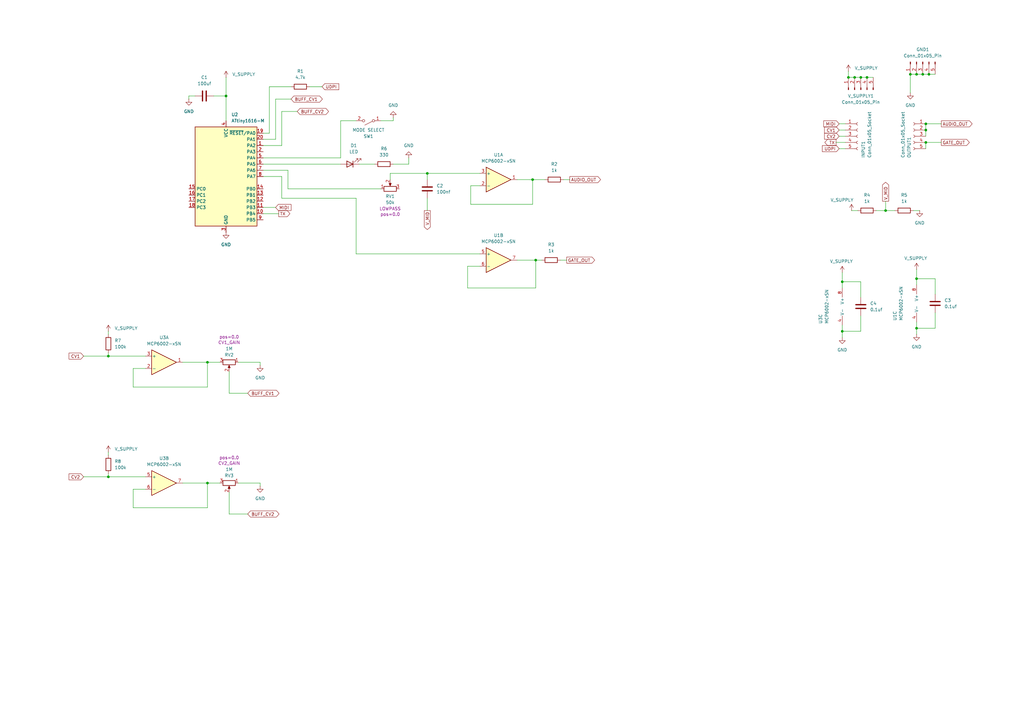
<source format=kicad_sch>
(kicad_sch (version 20231120) (generator "eeschema") (generator_version "8.0")
  (paper "A3")
  (lib_symbols
    (symbol "Amplifier_Operational:MCP6002-xSN" (pin_names (offset 0.127))
      (property "Reference" "U" (at 0 5.08 0))
      (property "Value" "MCP6002-xSN" (at 0 -5.08 0))
      (symbol "MCP6002-xSN_1_1"
        (polyline (pts (xy -5.08 5.08) (xy 5.08 0) (xy -5.08 -5.08) (xy -5.08 5.08)) (stroke (width 0.254)) (fill (type background)))
        (pin output line (at 7.62 0 180) (length 2.54) (name "~") (number "1"))
        (pin input line (at -7.62 -2.54 0) (length 2.54) (name "-") (number "2"))
        (pin input line (at -7.62 2.54 0) (length 2.54) (name "+") (number "3"))
      )
      (symbol "MCP6002-xSN_2_1"
        (polyline (pts (xy -5.08 5.08) (xy 5.08 0) (xy -5.08 -5.08) (xy -5.08 5.08)) (stroke (width 0.254)) (fill (type background)))
        (pin input line (at -7.62 2.54 0) (length 2.54) (name "+") (number "5"))
        (pin input line (at -7.62 -2.54 0) (length 2.54) (name "-") (number "6"))
        (pin output line (at 7.62 0 180) (length 2.54) (name "~") (number "7"))
      )
      (symbol "MCP6002-xSN_3_1"
        (pin power_in line (at -2.54 -7.62 90) (length 3.81) (name "V-") (number "4"))
        (pin power_in line (at -2.54 7.62 270) (length 3.81) (name "V+") (number "8"))
      )
    )
    (symbol "Connector:Conn_01x05_Pin" (pin_names (offset 1.016) hide)
      (property "Reference" "J" (at 0 7.62 0))
      (property "Value" "Conn_01x05_Pin" (at 0 -7.62 0))
      (symbol "Conn_01x05_Pin_1_1"
        (polyline (pts (xy 1.27 -5.08) (xy 0.8636 -5.08)) (stroke (width 0.1524)))
        (polyline (pts (xy 1.27 -2.54) (xy 0.8636 -2.54)) (stroke (width 0.1524)))
        (polyline (pts (xy 1.27 0) (xy 0.8636 0)) (stroke (width 0.1524)))
        (polyline (pts (xy 1.27 2.54) (xy 0.8636 2.54)) (stroke (width 0.1524)))
        (polyline (pts (xy 1.27 5.08) (xy 0.8636 5.08)) (stroke (width 0.1524)))
        (rectangle (start 0.8636 -4.953) (end 0 -5.207) (stroke (width 0.1524)) (fill (type outline)))
        (rectangle (start 0.8636 -2.413) (end 0 -2.667) (stroke (width 0.1524)) (fill (type outline)))
        (rectangle (start 0.8636 0.127) (end 0 -0.127) (stroke (width 0.1524)) (fill (type outline)))
        (rectangle (start 0.8636 2.667) (end 0 2.413) (stroke (width 0.1524)) (fill (type outline)))
        (rectangle (start 0.8636 5.207) (end 0 4.953) (stroke (width 0.1524)) (fill (type outline)))
        (pin passive line (at 5.08 5.08 180) (length 3.81) (name "Pin_1") (number "1"))
        (pin passive line (at 5.08 2.54 180) (length 3.81) (name "Pin_2") (number "2"))
        (pin passive line (at 5.08 0 180) (length 3.81) (name "Pin_3") (number "3"))
        (pin passive line (at 5.08 -2.54 180) (length 3.81) (name "Pin_4") (number "4"))
        (pin passive line (at 5.08 -5.08 180) (length 3.81) (name "Pin_5") (number "5"))
      )
    )
    (symbol "Connector:Conn_01x05_Socket" (pin_names (offset 1.016) hide)
      (property "Reference" "J" (at 0 7.62 0))
      (property "Value" "Conn_01x05_Socket" (at 0 -7.62 0))
      (symbol "Conn_01x05_Socket_1_1"
        (arc (start 0 -4.572) (mid -0.5058 -5.08) (end 0 -5.588) (stroke (width 0.1524)))
        (arc (start 0 -2.032) (mid -0.5058 -2.54) (end 0 -3.048) (stroke (width 0.1524)))
        (polyline (pts (xy -1.27 -5.08) (xy -0.508 -5.08)) (stroke (width 0.1524)))
        (polyline (pts (xy -1.27 -2.54) (xy -0.508 -2.54)) (stroke (width 0.1524)))
        (polyline (pts (xy -1.27 0) (xy -0.508 0)) (stroke (width 0.1524)))
        (polyline (pts (xy -1.27 2.54) (xy -0.508 2.54)) (stroke (width 0.1524)))
        (polyline (pts (xy -1.27 5.08) (xy -0.508 5.08)) (stroke (width 0.1524)))
        (arc (start 0 0.508) (mid -0.5058 0) (end 0 -0.508) (stroke (width 0.1524)))
        (arc (start 0 3.048) (mid -0.5058 2.54) (end 0 2.032) (stroke (width 0.1524)))
        (arc (start 0 5.588) (mid -0.5058 5.08) (end 0 4.572) (stroke (width 0.1524)))
        (pin passive line (at -5.08 5.08 0) (length 3.81) (name "Pin_1") (number "1"))
        (pin passive line (at -5.08 2.54 0) (length 3.81) (name "Pin_2") (number "2"))
        (pin passive line (at -5.08 0 0) (length 3.81) (name "Pin_3") (number "3"))
        (pin passive line (at -5.08 -2.54 0) (length 3.81) (name "Pin_4") (number "4"))
        (pin passive line (at -5.08 -5.08 0) (length 3.81) (name "Pin_5") (number "5"))
      )
    )
    (symbol "Device:C" (pin_numbers hide) (pin_names (offset 0.254))
      (property "Reference" "C" (at 0.635 2.54 0))
      (property "Value" "C" (at 0.635 -2.54 0))
      (symbol "C_0_1"
        (polyline (pts (xy -2.032 -0.762) (xy 2.032 -0.762)) (stroke (width 0.508)))
        (polyline (pts (xy -2.032 0.762) (xy 2.032 0.762)) (stroke (width 0.508)))
      )
      (symbol "C_1_1"
        (pin passive line (at 0 3.81 270) (length 2.794) (name "~") (number "1"))
        (pin passive line (at 0 -3.81 90) (length 2.794) (name "~") (number "2"))
      )
    )
    (symbol "Device:LED" (pin_numbers hide) (pin_names (offset 1.016) hide)
      (property "Reference" "D" (at 0 2.54 0))
      (property "Value" "LED" (at 0 -2.54 0))
      (symbol "LED_0_1"
        (polyline (pts (xy -1.27 -1.27) (xy -1.27 1.27)) (stroke (width 0.254)))
        (polyline (pts (xy -1.27 0) (xy 1.27 0)))
        (polyline (pts (xy 1.27 -1.27) (xy 1.27 1.27) (xy -1.27 0) (xy 1.27 -1.27)) (stroke (width 0.254)))
        (polyline (pts (xy -3.048 -0.762) (xy -4.572 -2.286) (xy -3.81 -2.286) (xy -4.572 -2.286) (xy -4.572 -1.524)))
        (polyline (pts (xy -1.778 -0.762) (xy -3.302 -2.286) (xy -2.54 -2.286) (xy -3.302 -2.286) (xy -3.302 -1.524)))
      )
      (symbol "LED_1_1"
        (pin passive line (at -3.81 0 0) (length 2.54) (name "K") (number "1"))
        (pin passive line (at 3.81 0 180) (length 2.54) (name "A") (number "2"))
      )
    )
    (symbol "Device:R" (pin_numbers hide) (pin_names (offset 0))
      (property "Reference" "R" (at 2.032 0 90))
      (property "Value" "R" (at 0 0 90))
      (symbol "R_0_1"
        (rectangle (start -1.016 -2.54) (end 1.016 2.54) (stroke (width 0.254)))
      )
      (symbol "R_1_1"
        (pin passive line (at 0 3.81 270) (length 1.27) (name "~") (number "1"))
        (pin passive line (at 0 -3.81 90) (length 1.27) (name "~") (number "2"))
      )
    )
    (symbol "Device:R_Potentiometer" (pin_names (offset 1.016) hide)
      (property "Reference" "RV" (at -4.445 0 90))
      (property "Value" "R_Potentiometer" (at -2.54 0 90))
      (symbol "R_Potentiometer_0_1"
        (polyline (pts (xy 2.54 0) (xy 1.524 0)))
        (polyline (pts (xy 1.143 0) (xy 2.286 0.508) (xy 2.286 -0.508) (xy 1.143 0)) (fill (type outline)))
        (rectangle (start 1.016 2.54) (end -1.016 -2.54) (stroke (width 0.254)))
      )
      (symbol "R_Potentiometer_1_1"
        (pin passive line (at 0 3.81 270) (length 1.27) (name "1") (number "1"))
        (pin passive line (at 3.81 0 180) (length 1.27) (name "2") (number "2"))
        (pin passive line (at 0 -3.81 90) (length 1.27) (name "3") (number "3"))
      )
    )
    (symbol "MCU_Microchip_ATtiny:ATtiny1616-M"
      (property "Reference" "U" (at -12.7 21.59 0))
      (property "Value" "ATtiny1616-M" (at 2.54 -21.59 0))
      (symbol "ATtiny1616-M_0_1"
        (rectangle (start -12.7 -20.32) (end 12.7 20.32) (stroke (width 0.254)) (fill (type background)))
      )
      (symbol "ATtiny1616-M_1_1"
        (pin bidirectional line (at 15.24 12.7 180) (length 2.54) (name "PA2") (number "1"))
        (pin bidirectional line (at 15.24 -15.24 180) (length 2.54) (name "PB4") (number "10"))
        (pin bidirectional line (at 15.24 -12.7 180) (length 2.54) (name "PB3") (number "11"))
        (pin bidirectional line (at 15.24 -10.16 180) (length 2.54) (name "PB2") (number "12"))
        (pin bidirectional line (at 15.24 -7.62 180) (length 2.54) (name "PB1") (number "13"))
        (pin bidirectional line (at 15.24 -5.08 180) (length 2.54) (name "PB0") (number "14"))
        (pin bidirectional line (at -15.24 -5.08 0) (length 2.54) (name "PC0") (number "15"))
        (pin bidirectional line (at -15.24 -7.62 0) (length 2.54) (name "PC1") (number "16"))
        (pin bidirectional line (at -15.24 -10.16 0) (length 2.54) (name "PC2") (number "17"))
        (pin bidirectional line (at -15.24 -12.7 0) (length 2.54) (name "PC3") (number "18"))
        (pin bidirectional line (at 15.24 17.78 180) (length 2.54) (name "~{RESET}/PA0") (number "19"))
        (pin bidirectional line (at 15.24 10.16 180) (length 2.54) (name "PA3") (number "2"))
        (pin bidirectional line (at 15.24 15.24 180) (length 2.54) (name "PA1") (number "20"))
        (pin passive line (at 0 -22.86 90) (length 2.54) hide (name "GND") (number "21"))
        (pin power_in line (at 0 -22.86 90) (length 2.54) (name "GND") (number "3"))
        (pin power_in line (at 0 22.86 270) (length 2.54) (name "VCC") (number "4"))
        (pin bidirectional line (at 15.24 7.62 180) (length 2.54) (name "PA4") (number "5"))
        (pin bidirectional line (at 15.24 5.08 180) (length 2.54) (name "PA5") (number "6"))
        (pin bidirectional line (at 15.24 2.54 180) (length 2.54) (name "PA6") (number "7"))
        (pin bidirectional line (at 15.24 0 180) (length 2.54) (name "PA7") (number "8"))
        (pin bidirectional line (at 15.24 -17.78 180) (length 2.54) (name "PB5") (number "9"))
      )
    )
    (symbol "Switch:SW_SPST" (pin_names (offset 0) hide)
      (property "Reference" "SW" (at 0 3.175 0))
      (property "Value" "SW_SPST" (at 0 -2.54 0))
      (symbol "SW_SPST_0_0"
        (circle (center -2.032 0) (radius 0.508))
        (polyline (pts (xy -1.524 0.254) (xy 1.524 1.778)))
        (circle (center 2.032 0) (radius 0.508))
      )
      (symbol "SW_SPST_1_1"
        (pin passive line (at -5.08 0 0) (length 2.54) (name "A") (number "1"))
        (pin passive line (at 5.08 0 180) (length 2.54) (name "B") (number "2"))
      )
    )
    (symbol "power:+5V" (power) (pin_numbers hide) (pin_names (offset 0) hide)
      (property "Value" "+5V" (at 0 3.556 0))
      (symbol "+5V_0_1"
        (polyline (pts (xy -0.762 1.27) (xy 0 2.54)))
        (polyline (pts (xy 0 0) (xy 0 2.54)))
        (polyline (pts (xy 0 2.54) (xy 0.762 1.27)))
      )
      (symbol "+5V_1_1"
        (pin power_in line (at 0 0 90) (length 0) (name "~") (number "1"))
      )
    )
    (symbol "power:GND" (power) (pin_numbers hide) (pin_names (offset 0) hide)
      (property "Value" "GND" (at 0 -3.81 0))
      (symbol "GND_0_1"
        (polyline (pts (xy 0 0) (xy 0 -1.27) (xy 1.27 -1.27) (xy 0 -2.54) (xy -1.27 -1.27) (xy 0 -1.27)))
      )
      (symbol "GND_1_1"
        (pin power_in line (at 0 0 270) (length 0) (name "~") (number "1"))
      )
    )
  )
  (junction (at 175.26 71.12))
  (junction (at 350.52 31.75))
  (junction (at 85.09 148.59))
  (junction (at 345.44 115.57))
  (junction (at 375.92 30.48))
  (junction (at 375.92 114.3))
  (junction (at 347.98 31.75))
  (junction (at 379.73 53.34))
  (junction (at 355.6 31.75))
  (junction (at 381 30.48))
  (junction (at 363.22 86.36))
  (junction (at 379.73 58.42))
  (junction (at 378.46 30.48))
  (junction (at 375.92 134.62))
  (junction (at 85.09 198.12))
  (junction (at 44.45 146.05))
  (junction (at 218.44 73.66))
  (junction (at 353.06 31.75))
  (junction (at 345.44 135.89))
  (junction (at 44.45 195.58))
  (junction (at 219.71 106.68))
  (junction (at 373.38 30.48))
  (junction (at 379.73 50.8))
  (junction (at 92.71 39.37))
  (wire (pts (xy 379.73 53.34) (xy 379.73 55.88)))
  (wire (pts (xy 93.98 152.4) (xy 93.98 161.29)))
  (wire (pts (xy 115.57 81.28) (xy 115.57 72.39)))
  (wire (pts (xy 342.9 58.42) (xy 346.71 58.42)))
  (wire (pts (xy 85.09 148.59) (xy 90.17 148.59)))
  (wire (pts (xy 77.47 39.37) (xy 77.47 40.64)))
  (wire (pts (xy 113.03 40.64) (xy 113.03 57.15)))
  (wire (pts (xy 383.54 134.62) (xy 375.92 134.62)))
  (wire (pts (xy 375.92 110.49) (xy 375.92 114.3)))
  (wire (pts (xy 383.54 114.3) (xy 375.92 114.3)))
  (wire (pts (xy 54.61 200.66) (xy 59.69 200.66)))
  (wire (pts (xy 139.7 49.53) (xy 146.05 49.53)))
  (wire (pts (xy 344.17 55.88) (xy 346.71 55.88)))
  (wire (pts (xy 44.45 195.58) (xy 59.69 195.58)))
  (wire (pts (xy 115.57 72.39) (xy 107.95 72.39)))
  (wire (pts (xy 191.77 109.22) (xy 196.85 109.22)))
  (wire (pts (xy 193.04 76.2) (xy 196.85 76.2)))
  (wire (pts (xy 355.6 31.75) (xy 358.14 31.75)))
  (wire (pts (xy 212.09 73.66) (xy 218.44 73.66)))
  (wire (pts (xy 353.06 129.54) (xy 353.06 135.89)))
  (wire (pts (xy 219.71 118.11) (xy 191.77 118.11)))
  (wire (pts (xy 344.17 50.8) (xy 346.71 50.8)))
  (wire (pts (xy 54.61 208.28) (xy 54.61 200.66)))
  (wire (pts (xy 44.45 135.89) (xy 44.45 137.16)))
  (wire (pts (xy 110.49 35.56) (xy 110.49 54.61)))
  (wire (pts (xy 347.98 31.75) (xy 350.52 31.75)))
  (wire (pts (xy 191.77 118.11) (xy 191.77 109.22)))
  (wire (pts (xy 107.95 67.31) (xy 139.7 67.31)))
  (wire (pts (xy 132.08 35.56) (xy 127 35.56)))
  (wire (pts (xy 106.68 149.86) (xy 106.68 148.59)))
  (wire (pts (xy 383.54 128.27) (xy 383.54 134.62)))
  (wire (pts (xy 222.25 106.68) (xy 219.71 106.68)))
  (wire (pts (xy 93.98 161.29) (xy 101.6 161.29)))
  (wire (pts (xy 85.09 198.12) (xy 90.17 198.12)))
  (wire (pts (xy 167.64 67.31) (xy 167.64 64.77)))
  (wire (pts (xy 218.44 73.66) (xy 223.52 73.66)))
  (wire (pts (xy 110.49 54.61) (xy 107.95 54.61)))
  (wire (pts (xy 107.95 85.09) (xy 113.03 85.09)))
  (wire (pts (xy 146.05 81.28) (xy 146.05 104.14)))
  (wire (pts (xy 381 30.48) (xy 383.54 30.48)))
  (wire (pts (xy 115.57 45.72) (xy 115.57 59.69)))
  (wire (pts (xy 345.44 111.76) (xy 345.44 115.57)))
  (wire (pts (xy 363.22 82.55) (xy 363.22 86.36)))
  (wire (pts (xy 363.22 86.36) (xy 367.03 86.36)))
  (wire (pts (xy 34.29 195.58) (xy 44.45 195.58)))
  (wire (pts (xy 353.06 135.89) (xy 345.44 135.89)))
  (wire (pts (xy 344.17 53.34) (xy 346.71 53.34)))
  (wire (pts (xy 113.03 57.15) (xy 107.95 57.15)))
  (wire (pts (xy 147.32 67.31) (xy 153.67 67.31)))
  (wire (pts (xy 92.71 39.37) (xy 92.71 49.53)))
  (wire (pts (xy 353.06 31.75) (xy 355.6 31.75)))
  (wire (pts (xy 118.11 77.47) (xy 156.21 77.47)))
  (wire (pts (xy 113.03 40.64) (xy 119.38 40.64)))
  (wire (pts (xy 373.38 30.48) (xy 375.92 30.48)))
  (wire (pts (xy 231.14 73.66) (xy 233.68 73.66)))
  (wire (pts (xy 377.19 86.36) (xy 374.65 86.36)))
  (wire (pts (xy 93.98 210.82) (xy 101.6 210.82)))
  (wire (pts (xy 212.09 106.68) (xy 219.71 106.68)))
  (wire (pts (xy 373.38 30.48) (xy 373.38 38.1)))
  (wire (pts (xy 349.25 86.36) (xy 351.79 86.36)))
  (wire (pts (xy 44.45 146.05) (xy 59.69 146.05)))
  (wire (pts (xy 353.06 121.92) (xy 353.06 115.57)))
  (wire (pts (xy 347.98 31.75) (xy 347.98 29.21)))
  (wire (pts (xy 85.09 148.59) (xy 85.09 158.75)))
  (wire (pts (xy 175.26 81.28) (xy 175.26 86.36)))
  (wire (pts (xy 383.54 120.65) (xy 383.54 114.3)))
  (wire (pts (xy 106.68 199.39) (xy 106.68 198.12)))
  (wire (pts (xy 74.93 198.12) (xy 85.09 198.12)))
  (wire (pts (xy 107.95 64.77) (xy 139.7 64.77)))
  (wire (pts (xy 229.87 106.68) (xy 232.41 106.68)))
  (wire (pts (xy 139.7 64.77) (xy 139.7 49.53)))
  (wire (pts (xy 219.71 106.68) (xy 219.71 118.11)))
  (wire (pts (xy 375.92 134.62) (xy 375.92 132.08)))
  (wire (pts (xy 378.46 30.48) (xy 381 30.48)))
  (wire (pts (xy 175.26 71.12) (xy 175.26 73.66)))
  (wire (pts (xy 74.93 148.59) (xy 85.09 148.59)))
  (wire (pts (xy 160.02 71.12) (xy 175.26 71.12)))
  (wire (pts (xy 97.79 198.12) (xy 106.68 198.12)))
  (wire (pts (xy 375.92 137.16) (xy 375.92 134.62)))
  (wire (pts (xy 107.95 87.63) (xy 114.3 87.63)))
  (wire (pts (xy 85.09 198.12) (xy 85.09 208.28)))
  (wire (pts (xy 107.95 69.85) (xy 118.11 69.85)))
  (wire (pts (xy 54.61 158.75) (xy 54.61 151.13)))
  (wire (pts (xy 375.92 114.3) (xy 375.92 116.84)))
  (wire (pts (xy 92.71 31.75) (xy 92.71 39.37)))
  (wire (pts (xy 379.73 58.42) (xy 379.73 60.96)))
  (wire (pts (xy 80.01 39.37) (xy 77.47 39.37)))
  (wire (pts (xy 87.63 39.37) (xy 92.71 39.37)))
  (wire (pts (xy 193.04 83.82) (xy 193.04 76.2)))
  (wire (pts (xy 353.06 115.57) (xy 345.44 115.57)))
  (wire (pts (xy 44.45 194.31) (xy 44.45 195.58)))
  (wire (pts (xy 85.09 158.75) (xy 54.61 158.75)))
  (wire (pts (xy 345.44 135.89) (xy 345.44 133.35)))
  (wire (pts (xy 350.52 31.75) (xy 353.06 31.75)))
  (wire (pts (xy 379.73 58.42) (xy 386.08 58.42)))
  (wire (pts (xy 146.05 104.14) (xy 196.85 104.14)))
  (wire (pts (xy 161.29 67.31) (xy 167.64 67.31)))
  (wire (pts (xy 44.45 144.78) (xy 44.45 146.05)))
  (wire (pts (xy 156.21 49.53) (xy 161.29 49.53)))
  (wire (pts (xy 359.41 86.36) (xy 363.22 86.36)))
  (wire (pts (xy 218.44 83.82) (xy 193.04 83.82)))
  (wire (pts (xy 54.61 151.13) (xy 59.69 151.13)))
  (wire (pts (xy 345.44 115.57) (xy 345.44 118.11)))
  (wire (pts (xy 93.98 201.93) (xy 93.98 210.82)))
  (wire (pts (xy 344.17 60.96) (xy 346.71 60.96)))
  (wire (pts (xy 379.73 50.8) (xy 379.73 53.34)))
  (wire (pts (xy 44.45 185.42) (xy 44.45 186.69)))
  (wire (pts (xy 218.44 73.66) (xy 218.44 83.82)))
  (wire (pts (xy 118.11 69.85) (xy 118.11 77.47)))
  (wire (pts (xy 161.29 49.53) (xy 161.29 48.26)))
  (wire (pts (xy 146.05 81.28) (xy 115.57 81.28)))
  (wire (pts (xy 34.29 146.05) (xy 44.45 146.05)))
  (wire (pts (xy 115.57 59.69) (xy 107.95 59.69)))
  (wire (pts (xy 175.26 71.12) (xy 196.85 71.12)))
  (wire (pts (xy 97.79 148.59) (xy 106.68 148.59)))
  (wire (pts (xy 379.73 50.8) (xy 386.08 50.8)))
  (wire (pts (xy 119.38 35.56) (xy 110.49 35.56)))
  (wire (pts (xy 115.57 45.72) (xy 121.92 45.72)))
  (wire (pts (xy 345.44 138.43) (xy 345.44 135.89)))
  (wire (pts (xy 85.09 208.28) (xy 54.61 208.28)))
  (wire (pts (xy 160.02 73.66) (xy 160.02 71.12)))
  (wire (pts (xy 375.92 30.48) (xy 378.46 30.48)))
  (global_label "CV1" (shape input) (at 344.17 53.34 180) (property "Intersheetrefs" "${INTERSHEET_REFS}" (effects (hide yes))))
  (global_label "BUFF_CV1" (shape bidirectional) (at 119.38 40.64 0) (property "Intersheetrefs" "${INTERSHEET_REFS}" (effects (hide yes))))
  (global_label "CV2" (shape input) (at 34.29 195.58 180) (property "Intersheetrefs" "${INTERSHEET_REFS}" (effects (hide yes))))
  (global_label "BUFF_CV2" (shape bidirectional) (at 121.92 45.72 0) (property "Intersheetrefs" "${INTERSHEET_REFS}" (effects (hide yes))))
  (global_label "CV1" (shape input) (at 34.29 146.05 180) (property "Intersheetrefs" "${INTERSHEET_REFS}" (effects (hide yes))))
  (global_label "GATE_OUT" (shape output) (at 386.08 58.42 0) (property "Intersheetrefs" "${INTERSHEET_REFS}" (effects (hide yes))))
  (global_label "BUFF_CV2" (shape bidirectional) (at 101.6 210.82 0) (property "Intersheetrefs" "${INTERSHEET_REFS}" (effects (hide yes))))
  (global_label "UDPI" (shape input) (at 344.17 60.96 180) (property "Intersheetrefs" "${INTERSHEET_REFS}" (effects (hide yes))))
  (global_label "AUDIO_OUT" (shape output) (at 233.68 73.66 0) (property "Intersheetrefs" "${INTERSHEET_REFS}" (effects (hide yes))))
  (global_label "AUDIO_OUT" (shape output) (at 386.08 50.8 0) (property "Intersheetrefs" "${INTERSHEET_REFS}" (effects (hide yes))))
  (global_label "MIDI" (shape input) (at 113.03 85.09 0) (property "Intersheetrefs" "${INTERSHEET_REFS}" (effects (hide yes))))
  (global_label "V_MID" (shape output) (at 175.26 86.36 270) (property "Intersheetrefs" "${INTERSHEET_REFS}" (effects (hide yes))))
  (global_label "GATE_OUT" (shape output) (at 232.41 106.68 0) (property "Intersheetrefs" "${INTERSHEET_REFS}" (effects (hide yes))))
  (global_label "BUFF_CV1" (shape bidirectional) (at 101.6 161.29 0) (property "Intersheetrefs" "${INTERSHEET_REFS}" (effects (hide yes))))
  (global_label "TX" (shape output) (at 114.3 87.63 0) (property "Intersheetrefs" "${INTERSHEET_REFS}" (effects (hide yes))))
  (global_label "UDPI" (shape input) (at 132.08 35.56 0) (property "Intersheetrefs" "${INTERSHEET_REFS}" (effects (hide yes))))
  (global_label "V_MID" (shape output) (at 363.22 82.55 90) (property "Intersheetrefs" "${INTERSHEET_REFS}" (effects (hide yes))))
  (global_label "MIDI" (shape input) (at 344.17 50.8 180) (property "Intersheetrefs" "${INTERSHEET_REFS}" (effects (hide yes))))
  (global_label "TX" (shape output) (at 342.9 58.42 180) (property "Intersheetrefs" "${INTERSHEET_REFS}" (effects (hide yes))))
  (global_label "CV2" (shape input) (at 344.17 55.88 180) (property "Intersheetrefs" "${INTERSHEET_REFS}" (effects (hide yes))))
  (symbol (lib_id "Device:R_Potentiometer") (at 93.98 198.12 270) (unit 1)
    (property "Reference" "RV3" (at 93.98 195.072 90))
    (property "Value" "1M" (at 93.98 192.532 90))
    (property "Footprint" "BreadModular_Pots:Potentiometer_RV09" (effects (hide yes)))
    (property "Description" "Potentiometer" (effects (hide yes)))
    (property "Sim.Device" "R" (effects (hide yes)))
    (property "Sim.Type" "POT" (effects (hide yes)))
    (property "Sim.Pins" "1=r0 2=wiper 3=r1" (effects (hide yes)))
    (property "Sim.Params" "pos=0.0" (at 93.98 187.706 90))
    (property "Comment" "CV2_GAIN" (at 93.98 189.992 90))
  )
  (symbol (lib_id "power:GND") (at 106.68 149.86 0) (unit 1)
    (property "Reference" "#PWR015" (effects (hide yes)))
    (property "Value" "GND" (at 106.68 154.94 0))
    (property "Description" "Power symbol creates a global label with name \"GND\" , ground" (effects (hide yes)))
  )
  (symbol (lib_id "Device:R") (at 355.6 86.36 90) (unit 1)
    (property "Reference" "R4" (at 355.6 80.01 90))
    (property "Value" "1k" (at 355.6 82.55 90))
    (property "Footprint" "Resistor_SMD:R_0402_1005Metric" (effects (hide yes)))
    (property "Description" "Resistor" (effects (hide yes)))
  )
  (symbol (lib_id "Amplifier_Operational:MCP6002-xSN") (at 204.47 106.68 0) (unit 2)
    (property "Reference" "U1" (at 204.47 96.52 0))
    (property "Value" "MCP6002-xSN" (at 204.47 99.06 0))
    (property "Footprint" "Package_SO:SOIC-8-1EP_3.9x4.9mm_P1.27mm_EP2.29x3mm" (effects (hide yes)))
    (property "Datasheet" "http://ww1.microchip.com/downloads/en/DeviceDoc/21733j.pdf" (effects (hide yes)))
    (property "Description" "1MHz, Low-Power Op Amp, SOIC-8" (effects (hide yes)))
    (property "Sim.Library" "${KICAD8_SYMBOL_DIR}/Simulation_SPICE.sp" (effects (hide yes)))
    (property "Sim.Name" "kicad_builtin_opamp_dual" (effects (hide yes)))
    (property "Sim.Device" "SUBCKT" (effects (hide yes)))
    (property "Sim.Pins" "1=out1 2=in1- 3=in1+ 4=vee 5=in2+ 6=in2- 7=out2 8=vcc" (effects (hide yes)))
  )
  (symbol (lib_id "power:GND") (at 161.29 48.26 180) (unit 1)
    (property "Reference" "#PWR05" (effects (hide yes)))
    (property "Value" "GND" (at 161.29 43.18 0))
    (property "Description" "Power symbol creates a global label with name \"GND\" , ground" (effects (hide yes)))
  )
  (symbol (lib_id "power:+5V") (at 345.44 111.76 0) (unit 1)
    (property "Reference" "#PWR011" (effects (hide yes)))
    (property "Value" "V_SUPPLY" (at 340.36 107.188 0) (effects (justify left)))
    (property "Description" "Power symbol creates a global label with name \"+5V\"" (effects (hide yes)))
  )
  (symbol (lib_id "Device:C") (at 353.06 125.73 0) (unit 1)
    (property "Reference" "C4" (at 356.87 124.4599 0) (effects (justify left)))
    (property "Value" "0.1uf" (at 356.87 126.9999 0) (effects (justify left)))
    (property "Footprint" "Capacitor_SMD:C_0402_1005Metric" (effects (hide yes)))
    (property "Description" "Unpolarized capacitor" (effects (hide yes)))
  )
  (symbol (lib_id "Connector:Conn_01x05_Pin") (at 353.06 36.83 90) (unit 1) (exclude_from_sim yes)
    (property "Reference" "V_SUPPLY1" (at 353.06 39.37 90))
    (property "Value" "Conn_01x05_Pin" (at 353.06 41.91 90))
    (property "Footprint" "BreadModular_MISC:Power_Connector" (effects (hide yes)))
    (property "Description" "Generic connector, single row, 01x05, script generated" (effects (hide yes)))
  )
  (symbol (lib_id "Device:R") (at 157.48 67.31 90) (unit 1)
    (property "Reference" "R6" (at 157.48 60.96 90))
    (property "Value" "330" (at 157.48 63.5 90))
    (property "Footprint" "Resistor_SMD:R_0402_1005Metric" (effects (hide yes)))
    (property "Description" "Resistor" (effects (hide yes)))
  )
  (symbol (lib_id "Device:C") (at 175.26 77.47 180) (unit 1)
    (property "Reference" "C2" (at 179.07 76.1999 0) (effects (justify right)))
    (property "Value" "100nf" (at 179.07 78.7399 0) (effects (justify right)))
    (property "Footprint" "Capacitor_SMD:C_0402_1005Metric" (effects (hide yes)))
    (property "Description" "Unpolarized capacitor" (effects (hide yes)))
  )
  (symbol (lib_id "power:+5V") (at 44.45 185.42 0) (unit 1)
    (property "Reference" "#PWR017" (effects (hide yes)))
    (property "Value" "V_SUPPLY" (at 46.99 184.1499 0) (effects (justify left)))
    (property "Description" "Power symbol creates a global label with name \"+5V\"" (effects (hide yes)))
  )
  (symbol (lib_id "Device:R") (at 44.45 190.5 0) (unit 1)
    (property "Reference" "R8" (at 46.99 189.2299 0) (effects (justify left)))
    (property "Value" "100k" (at 46.99 191.7699 0) (effects (justify left)))
    (property "Footprint" "Resistor_SMD:R_0402_1005Metric" (effects (hide yes)))
    (property "Description" "Resistor" (effects (hide yes)))
  )
  (symbol (lib_id "power:+5V") (at 347.98 29.21 0) (unit 1)
    (property "Reference" "#PWR01" (effects (hide yes)))
    (property "Value" "V_SUPPLY" (at 350.52 27.9399 0) (effects (justify left)))
    (property "Description" "Power symbol creates a global label with name \"+5V\"" (effects (hide yes)))
  )
  (symbol (lib_id "power:GND") (at 373.38 38.1 0) (unit 1)
    (property "Reference" "#PWR03" (effects (hide yes)))
    (property "Value" "GND" (at 373.38 43.18 0))
    (property "Description" "Power symbol creates a global label with name \"GND\" , ground" (effects (hide yes)))
  )
  (symbol (lib_id "Device:R_Potentiometer") (at 160.02 77.47 90) (unit 1)
    (property "Reference" "RV1" (at 160.02 80.518 90))
    (property "Value" "50k" (at 160.02 83.058 90))
    (property "Footprint" "BreadModular_Pots:Potentiometer_RV09" (effects (hide yes)))
    (property "Description" "Potentiometer" (effects (hide yes)))
    (property "Sim.Device" "R" (effects (hide yes)))
    (property "Sim.Type" "POT" (effects (hide yes)))
    (property "Sim.Pins" "1=r0 2=wiper 3=r1" (effects (hide yes)))
    (property "Sim.Params" "pos=0.0" (at 160.02 87.884 90))
    (property "Comment" "LOWPASS" (at 160.02 85.598 90))
  )
  (symbol (lib_id "Device:C") (at 83.82 39.37 90) (unit 1)
    (property "Reference" "C1" (at 83.82 31.75 90))
    (property "Value" "100uf" (at 83.82 34.29 90))
    (property "Footprint" "Capacitor_SMD:C_1206_3216Metric" (effects (hide yes)))
    (property "Description" "Unpolarized capacitor" (effects (hide yes)))
  )
  (symbol (lib_id "MCU_Microchip_ATtiny:ATtiny1616-M") (at 92.71 72.39 0) (unit 1)
    (property "Reference" "U2" (at 94.9041 46.99 0) (effects (justify left)))
    (property "Value" "ATtiny1616-M" (at 94.9041 49.53 0) (effects (justify left)))
    (property "Footprint" "Package_DFN_QFN:VQFN-20-1EP_3x3mm_P0.4mm_EP1.7x1.7mm" (effects (hide yes)))
    (property "Datasheet" "http://ww1.microchip.com/downloads/en/DeviceDoc/ATtiny3216_ATtiny1616-data-sheet-40001997B.pdf" (effects (hide yes)))
    (property "Description" "20MHz, 16kB Flash, 2kB SRAM, 256B EEPROM, VQFN-20" (effects (hide yes)))
  )
  (symbol (lib_id "Amplifier_Operational:MCP6002-xSN") (at 67.31 198.12 0) (unit 2)
    (property "Reference" "U3" (at 67.31 187.96 0))
    (property "Value" "MCP6002-xSN" (at 67.31 190.5 0))
    (property "Footprint" "Package_SO:SOIC-8-1EP_3.9x4.9mm_P1.27mm_EP2.29x3mm" (effects (hide yes)))
    (property "Datasheet" "http://ww1.microchip.com/downloads/en/DeviceDoc/21733j.pdf" (effects (hide yes)))
    (property "Description" "1MHz, Low-Power Op Amp, SOIC-8" (effects (hide yes)))
    (property "Sim.Library" "${KICAD8_SYMBOL_DIR}/Simulation_SPICE.sp" (effects (hide yes)))
    (property "Sim.Name" "kicad_builtin_opamp_dual" (effects (hide yes)))
    (property "Sim.Device" "SUBCKT" (effects (hide yes)))
    (property "Sim.Pins" "1=out1 2=in1- 3=in1+ 4=vee 5=in2+ 6=in2- 7=out2 8=vcc" (effects (hide yes)))
  )
  (symbol (lib_id "Device:R") (at 123.19 35.56 90) (unit 1)
    (property "Reference" "R1" (at 123.19 29.21 90))
    (property "Value" "4.7k" (at 123.19 31.75 90))
    (property "Footprint" "Resistor_SMD:R_0402_1005Metric" (effects (hide yes)))
    (property "Description" "Resistor" (effects (hide yes)))
  )
  (symbol (lib_id "power:GND") (at 92.71 95.25 0) (unit 1)
    (property "Reference" "#PWR08" (effects (hide yes)))
    (property "Value" "GND" (at 92.71 100.33 0))
    (property "Description" "Power symbol creates a global label with name \"GND\" , ground" (effects (hide yes)))
  )
  (symbol (lib_id "Switch:SW_SPST") (at 151.13 49.53 180) (unit 1)
    (property "Reference" "SW1" (at 151.13 55.88 0))
    (property "Value" "MODE SELECT" (at 151.13 53.34 0))
    (property "Footprint" "BreadModular_MISC:SPST_TS-1187A-B-A-B" (effects (hide yes)))
    (property "Description" "Single Pole Single Throw (SPST) switch" (effects (hide yes)))
  )
  (symbol (lib_id "Device:LED") (at 143.51 67.31 180) (unit 1)
    (property "Reference" "D1" (at 145.0975 59.69 0))
    (property "Value" "LED" (at 145.0975 62.23 0))
    (property "Footprint" "LED_SMD:LED_0603_1608Metric" (effects (hide yes)))
    (property "Description" "Light emitting diode" (effects (hide yes)))
  )
  (symbol (lib_id "Device:R_Potentiometer") (at 93.98 148.59 270) (unit 1)
    (property "Reference" "RV2" (at 93.98 145.542 90))
    (property "Value" "1M" (at 93.98 143.002 90))
    (property "Footprint" "BreadModular_Pots:Potentiometer_RV09" (effects (hide yes)))
    (property "Description" "Potentiometer" (effects (hide yes)))
    (property "Sim.Device" "R" (effects (hide yes)))
    (property "Sim.Type" "POT" (effects (hide yes)))
    (property "Sim.Pins" "1=r0 2=wiper 3=r1" (effects (hide yes)))
    (property "Sim.Params" "pos=0.0" (at 93.98 138.176 90))
    (property "Comment" "CV1_GAIN" (at 93.98 140.462 90))
  )
  (symbol (lib_id "power:GND") (at 167.64 64.77 180) (unit 1)
    (property "Reference" "#PWR09" (effects (hide yes)))
    (property "Value" "GND" (at 167.64 59.69 0))
    (property "Description" "Power symbol creates a global label with name \"GND\" , ground" (effects (hide yes)))
  )
  (symbol (lib_id "power:GND") (at 375.92 137.16 0) (unit 1)
    (property "Reference" "#PWR012" (effects (hide yes)))
    (property "Value" "GND" (at 375.92 142.24 0))
    (property "Description" "Power symbol creates a global label with name \"GND\" , ground" (effects (hide yes)))
  )
  (symbol (lib_id "power:GND") (at 77.47 40.64 0) (unit 1)
    (property "Reference" "#PWR04" (effects (hide yes)))
    (property "Value" "GND" (at 77.47 45.72 0))
    (property "Description" "Power symbol creates a global label with name \"GND\" , ground" (effects (hide yes)))
  )
  (symbol (lib_id "Device:R") (at 226.06 106.68 90) (unit 1)
    (property "Reference" "R3" (at 226.06 100.33 90))
    (property "Value" "1k" (at 226.06 102.87 90))
    (property "Footprint" "Resistor_SMD:R_0402_1005Metric" (effects (hide yes)))
    (property "Description" "Resistor" (effects (hide yes)))
  )
  (symbol (lib_id "power:+5V") (at 375.92 110.49 0) (unit 1)
    (property "Reference" "#PWR010" (effects (hide yes)))
    (property "Value" "V_SUPPLY" (at 370.84 105.918 0) (effects (justify left)))
    (property "Description" "Power symbol creates a global label with name \"+5V\"" (effects (hide yes)))
  )
  (symbol (lib_id "Connector:Conn_01x05_Socket") (at 374.65 55.88 0) (mirror y) (unit 1) (exclude_from_sim yes)
    (property "Reference" "OUTPUT1" (at 372.872 64.77 90) (effects (justify left)))
    (property "Value" "Conn_01x05_Socket" (at 370.332 64.77 90) (effects (justify left)))
    (property "Footprint" "Connector_PinSocket_2.54mm:PinSocket_1x05_P2.54mm_Vertical" (effects (hide yes)))
    (property "Description" "Generic connector, single row, 01x05, script generated" (effects (hide yes)))
  )
  (symbol (lib_id "Device:R") (at 44.45 140.97 0) (unit 1)
    (property "Reference" "R7" (at 46.99 139.6999 0) (effects (justify left)))
    (property "Value" "100k" (at 46.99 142.2399 0) (effects (justify left)))
    (property "Footprint" "Resistor_SMD:R_0402_1005Metric" (effects (hide yes)))
    (property "Description" "Resistor" (effects (hide yes)))
  )
  (symbol (lib_id "Device:C") (at 383.54 124.46 0) (unit 1)
    (property "Reference" "C3" (at 387.35 123.1899 0) (effects (justify left)))
    (property "Value" "0.1uf" (at 387.35 125.7299 0) (effects (justify left)))
    (property "Footprint" "Capacitor_SMD:C_0402_1005Metric" (effects (hide yes)))
    (property "Description" "Unpolarized capacitor" (effects (hide yes)))
  )
  (symbol (lib_id "Amplifier_Operational:MCP6002-xSN") (at 67.31 148.59 0) (unit 1)
    (property "Reference" "U3" (at 67.31 138.43 0))
    (property "Value" "MCP6002-xSN" (at 67.31 140.97 0))
    (property "Footprint" "Package_SO:SOIC-8-1EP_3.9x4.9mm_P1.27mm_EP2.29x3mm" (effects (hide yes)))
    (property "Datasheet" "http://ww1.microchip.com/downloads/en/DeviceDoc/21733j.pdf" (effects (hide yes)))
    (property "Description" "1MHz, Low-Power Op Amp, SOIC-8" (effects (hide yes)))
    (property "Sim.Library" "${KICAD8_SYMBOL_DIR}/Simulation_SPICE.sp" (effects (hide yes)))
    (property "Sim.Name" "kicad_builtin_opamp_dual" (effects (hide yes)))
    (property "Sim.Device" "SUBCKT" (effects (hide yes)))
    (property "Sim.Pins" "1=out1 2=in1- 3=in1+ 4=vee 5=in2+ 6=in2- 7=out2 8=vcc" (effects (hide yes)))
  )
  (symbol (lib_id "power:GND") (at 377.19 86.36 0) (unit 1)
    (property "Reference" "#PWR07" (effects (hide yes)))
    (property "Value" "GND" (at 377.19 91.44 0))
    (property "Description" "Power symbol creates a global label with name \"GND\" , ground" (effects (hide yes)))
  )
  (symbol (lib_id "power:GND") (at 106.68 199.39 0) (unit 1)
    (property "Reference" "#PWR020" (effects (hide yes)))
    (property "Value" "GND" (at 106.68 204.47 0))
    (property "Description" "Power symbol creates a global label with name \"GND\" , ground" (effects (hide yes)))
  )
  (symbol (lib_id "Amplifier_Operational:MCP6002-xSN") (at 347.98 125.73 0) (unit 3)
    (property "Reference" "U3" (at 336.55 132.842 90) (effects (justify left)))
    (property "Value" "MCP6002-xSN" (at 339.09 132.842 90) (effects (justify left)))
    (property "Footprint" "Package_SO:SOIC-8-1EP_3.9x4.9mm_P1.27mm_EP2.29x3mm" (effects (hide yes)))
    (property "Datasheet" "http://ww1.microchip.com/downloads/en/DeviceDoc/21733j.pdf" (effects (hide yes)))
    (property "Description" "1MHz, Low-Power Op Amp, SOIC-8" (effects (hide yes)))
    (property "Sim.Library" "${KICAD8_SYMBOL_DIR}/Simulation_SPICE.sp" (effects (hide yes)))
    (property "Sim.Name" "kicad_builtin_opamp_dual" (effects (hide yes)))
    (property "Sim.Device" "SUBCKT" (effects (hide yes)))
    (property "Sim.Pins" "1=out1 2=in1- 3=in1+ 4=vee 5=in2+ 6=in2- 7=out2 8=vcc" (effects (hide yes)))
  )
  (symbol (lib_id "Device:R") (at 227.33 73.66 90) (unit 1)
    (property "Reference" "R2" (at 227.33 67.31 90))
    (property "Value" "1k" (at 227.33 69.85 90))
    (property "Footprint" "Resistor_SMD:R_0402_1005Metric" (effects (hide yes)))
    (property "Description" "Resistor" (effects (hide yes)))
  )
  (symbol (lib_id "Device:R") (at 370.84 86.36 90) (unit 1)
    (property "Reference" "R5" (at 370.84 80.01 90))
    (property "Value" "1k" (at 370.84 82.55 90))
    (property "Footprint" "Resistor_SMD:R_0402_1005Metric" (effects (hide yes)))
    (property "Description" "Resistor" (effects (hide yes)))
  )
  (symbol (lib_id "Connector:Conn_01x05_Socket") (at 351.79 55.88 0) (unit 1) (exclude_from_sim yes)
    (property "Reference" "INPUT1" (at 354.076 64.77 90) (effects (justify left)))
    (property "Value" "Conn_01x05_Socket" (at 356.616 64.77 90) (effects (justify left)))
    (property "Footprint" "Connector_PinSocket_2.54mm:PinSocket_1x05_P2.54mm_Vertical" (effects (hide yes)))
    (property "Description" "Generic connector, single row, 01x05, script generated" (effects (hide yes)))
  )
  (symbol (lib_id "power:+5V") (at 92.71 31.75 0) (unit 1)
    (property "Reference" "#PWR02" (effects (hide yes)))
    (property "Value" "V_SUPPLY" (at 95.25 30.4799 0) (effects (justify left)))
    (property "Description" "Power symbol creates a global label with name \"+5V\"" (effects (hide yes)))
  )
  (symbol (lib_id "power:GND") (at 345.44 138.43 0) (unit 1)
    (property "Reference" "#PWR013" (effects (hide yes)))
    (property "Value" "GND" (at 345.44 143.51 0))
    (property "Description" "Power symbol creates a global label with name \"GND\" , ground" (effects (hide yes)))
  )
  (symbol (lib_id "power:+5V") (at 44.45 135.89 0) (unit 1)
    (property "Reference" "#PWR014" (effects (hide yes)))
    (property "Value" "V_SUPPLY" (at 46.99 134.6199 0) (effects (justify left)))
    (property "Description" "Power symbol creates a global label with name \"+5V\"" (effects (hide yes)))
  )
  (symbol (lib_id "Connector:Conn_01x05_Pin") (at 378.46 25.4 90) (mirror x) (unit 1) (exclude_from_sim yes)
    (property "Reference" "GND1" (at 378.46 20.32 90))
    (property "Value" "Conn_01x05_Pin" (at 378.46 22.86 90))
    (property "Footprint" "BreadModular_MISC:Power_Connector" (effects (hide yes)))
    (property "Description" "Generic connector, single row, 01x05, script generated" (effects (hide yes)))
  )
  (symbol (lib_id "power:+5V") (at 349.25 86.36 0) (unit 1)
    (property "Reference" "#PWR06" (effects (hide yes)))
    (property "Value" "V_SUPPLY" (at 340.614 82.042 0) (effects (justify left)))
    (property "Description" "Power symbol creates a global label with name \"+5V\"" (effects (hide yes)))
  )
  (symbol (lib_id "Amplifier_Operational:MCP6002-xSN") (at 378.46 124.46 0) (unit 3)
    (property "Reference" "U1" (at 367.03 131.572 90) (effects (justify left)))
    (property "Value" "MCP6002-xSN" (at 369.57 131.572 90) (effects (justify left)))
    (property "Footprint" "Package_SO:SOIC-8-1EP_3.9x4.9mm_P1.27mm_EP2.29x3mm" (effects (hide yes)))
    (property "Datasheet" "http://ww1.microchip.com/downloads/en/DeviceDoc/21733j.pdf" (effects (hide yes)))
    (property "Description" "1MHz, Low-Power Op Amp, SOIC-8" (effects (hide yes)))
    (property "Sim.Library" "${KICAD8_SYMBOL_DIR}/Simulation_SPICE.sp" (effects (hide yes)))
    (property "Sim.Name" "kicad_builtin_opamp_dual" (effects (hide yes)))
    (property "Sim.Device" "SUBCKT" (effects (hide yes)))
    (property "Sim.Pins" "1=out1 2=in1- 3=in1+ 4=vee 5=in2+ 6=in2- 7=out2 8=vcc" (effects (hide yes)))
  )
  (symbol (lib_id "Amplifier_Operational:MCP6002-xSN") (at 204.47 73.66 0) (unit 1)
    (property "Reference" "U1" (at 204.47 63.5 0))
    (property "Value" "MCP6002-xSN" (at 204.47 66.04 0))
    (property "Footprint" "Package_SO:SOIC-8-1EP_3.9x4.9mm_P1.27mm_EP2.29x3mm" (effects (hide yes)))
    (property "Datasheet" "http://ww1.microchip.com/downloads/en/DeviceDoc/21733j.pdf" (effects (hide yes)))
    (property "Description" "1MHz, Low-Power Op Amp, SOIC-8" (effects (hide yes)))
    (property "Sim.Library" "${KICAD8_SYMBOL_DIR}/Simulation_SPICE.sp" (effects (hide yes)))
    (property "Sim.Name" "kicad_builtin_opamp_dual" (effects (hide yes)))
    (property "Sim.Device" "SUBCKT" (effects (hide yes)))
    (property "Sim.Pins" "1=out1 2=in1- 3=in1+ 4=vee 5=in2+ 6=in2- 7=out2 8=vcc" (effects (hide yes)))
  )
)
</source>
